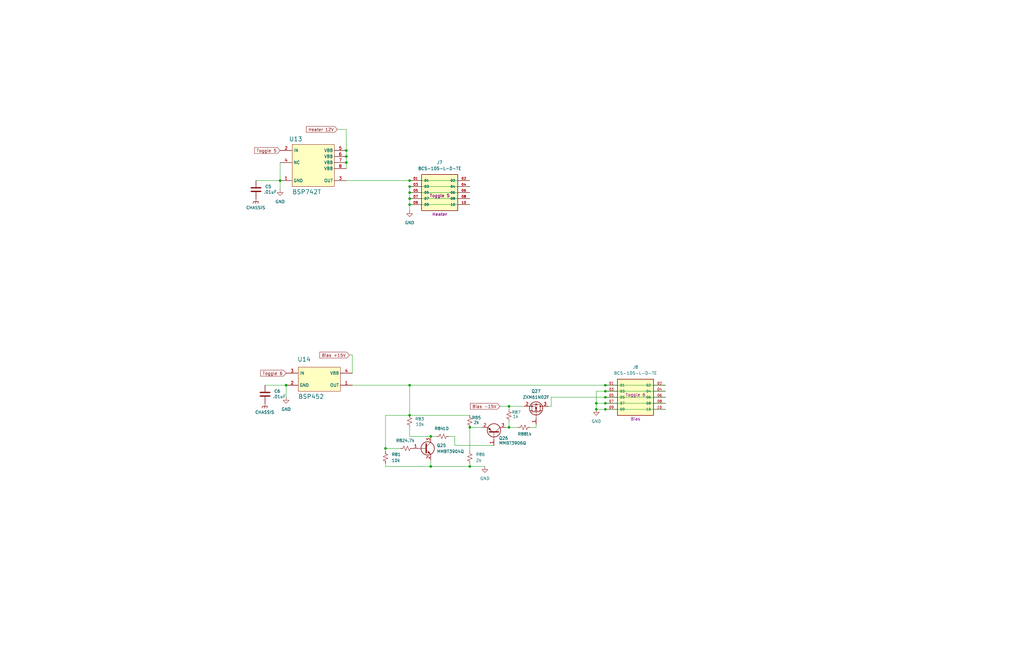
<source format=kicad_sch>
(kicad_sch (version 20250114) (generator "eeschema") (generator_version "9.0")
  (paper "B")
  (title_block (title "IMPISH POWER SUPPLY TOGGLES BOARD") (rev "-") (company "SOUTHWEST RESEARCH INSTITUTE"))
  (lib_symbols
    (symbol "Device:R_Small_US" (pin_numbers (hide yes)) (pin_names (offset 0.254) (hide yes))
      (property "Reference" "R" (at 0.762 0.508 0))
      (property "Value" "R_Small_US" (at 0.762 -1.016 0))
      (symbol "R_Small_US_1_1"
        (polyline (pts (xy 0 1.524) (xy 1.016 1.143) (xy 0 0.762) (xy -1.016 0.381) (xy 0 0)))
        (polyline (pts (xy 0 0) (xy 1.016 -0.381) (xy 0 -0.762) (xy -1.016 -1.143) (xy 0 -1.524)))
        (pin passive line (at 0 2.54 270) (length 1.016) (name "~") (number "1"))
        (pin passive line (at 0 -2.54 90) (length 1.016) (name "~") (number "2"))
      )
    )
    (symbol "IMPISH Toggles Library:.01uF" (pin_numbers (hide yes)) (pin_names (offset 0.254))
      (property "Reference" "C" (at 0.635 2.54 0))
      (property "Value" ".01uF" (at 0.635 -2.54 0))
      (symbol ".01uF_0_1"
        (polyline (pts (xy -2.032 0.762) (xy 2.032 0.762)) (stroke (width 0.508)))
        (polyline (pts (xy -2.032 -0.762) (xy 2.032 -0.762)) (stroke (width 0.508)))
      )
      (symbol ".01uF_1_1"
        (pin passive line (at 0 3.81 270) (length 2.794) (name "~") (number "1"))
        (pin passive line (at 0 -3.81 90) (length 2.794) (name "~") (number "2"))
      )
    )
    (symbol "IMPISH Toggles Library:BCS-105-L-D-TE" (pin_names (offset 1.016))
      (property "Reference" "J" (at -8.12 7.62 0))
      (property "Value" "BCS-105-L-D-TE" (at -7.62 -10.16 0))
      (symbol "BCS-105-L-D-TE_0_0"
        (rectangle (start -7.62 -7.62) (end 7.62 7.62) (stroke (width 0.254)) (fill (type background)))
        (pin passive line (at -12.7 5.08 0) (length 5.08) (name "01") (number "01"))
        (pin passive line (at -12.7 2.54 0) (length 5.08) (name "03") (number "03"))
        (pin passive line (at -12.7 0 0) (length 5.08) (name "05") (number "05"))
        (pin passive line (at -12.7 -2.54 0) (length 5.08) (name "07") (number "07"))
        (pin passive line (at -12.7 -5.08 0) (length 5.08) (name "09") (number "09"))
        (pin passive line (at 12.7 5.08 180) (length 5.08) (name "02") (number "02"))
        (pin passive line (at 12.7 2.54 180) (length 5.08) (name "04") (number "04"))
        (pin passive line (at 12.7 0 180) (length 5.08) (name "06") (number "06"))
        (pin passive line (at 12.7 -2.54 180) (length 5.08) (name "08") (number "08"))
        (pin passive line (at 12.7 -5.08 180) (length 5.08) (name "10") (number "10"))
      )
    )
    (symbol "IMPISH Toggles Library:BSP452"
      (property "Reference" "U" (at 0.254 1.524 0))
      (symbol "BSP452_1_0"
        (rectangle (start 17.78 0) (end 0 -10.16) (stroke (width 0) (color 128 0 0 1)) (fill (type background)))
        (pin input line (at -5.08 -2.54 0) (length 5.08) (name "IN") (number "3"))
        (pin power_in line (at -5.08 -7.62 0) (length 5.08) (name "GND") (number "2"))
        (pin power_in line (at 22.86 -2.54 180) (length 5.08) (name "VBB") (number "4"))
        (pin output line (at 22.86 -7.62 180) (length 5.08) (name "OUT") (number "1"))
      )
    )
    (symbol "IMPISH Toggles Library:BSP742T"
      (property "Reference" "U" (at 0.254 2.032 0))
      (symbol "BSP742T_1_0"
        (rectangle (start 17.78 0) (end 0 -17.78) (stroke (width 0) (color 128 0 0 1)) (fill (type background)))
        (pin input line (at -5.08 -2.54 0) (length 5.08) (name "IN") (number "2"))
        (pin passive line (at -5.08 -7.62 0) (length 5.08) (name "NC") (number "4"))
        (pin power_in line (at -5.08 -15.24 0) (length 5.08) (name "GND") (number "1"))
        (pin power_in line (at 22.86 -2.54 180) (length 5.08) (name "VBB") (number "5"))
        (pin power_in line (at 22.86 -5.08 180) (length 5.08) (name "VBB") (number "6"))
        (pin power_in line (at 22.86 -7.62 180) (length 5.08) (name "VBB") (number "7"))
        (pin power_in line (at 22.86 -10.16 180) (length 5.08) (name "VBB") (number "8"))
        (pin output line (at 22.86 -15.24 180) (length 5.08) (name "OUT") (number "3"))
      )
    )
    (symbol "IMPISH Toggles Library:CHASSIS" (power) (pin_numbers (hide yes)) (pin_names (offset 0) (hide yes))
      (property "Value" "CHASSIS" (at 0 -3.81 0))
      (symbol "CHASSIS_0_1"
        (polyline (pts (xy -1.016 -1.27) (xy -1.27 -2.032) (xy -1.27 -2.032)) (stroke (width 0.2032)))
        (polyline (pts (xy 0 -1.27) (xy 0 0)))
        (polyline (pts (xy 0 -1.27) (xy -0.254 -2.032) (xy -0.254 -2.032)) (stroke (width 0.2032)))
        (polyline (pts (xy 1.016 -1.27) (xy -1.016 -1.27) (xy -1.016 -1.27)) (stroke (width 0.2032)))
        (polyline (pts (xy 1.016 -1.27) (xy 0.762 -2.032) (xy 0.762 -2.032) (xy 0.762 -2.032)) (stroke (width 0.2032)))
      )
      (symbol "CHASSIS_1_1"
        (pin power_in line (at 0 0 270) (length 0) (name "~") (number "1"))
      )
    )
    (symbol "IMPISH Toggles Library:ZXM61N02F" (pin_names (hide yes))
      (property "Reference" "Q" (at 5.08 1.905 0))
      (property "Value" "ZXM61N02F" (at 5.08 0 0))
      (symbol "ZXM61N02F_0_1"
        (polyline (pts (xy 0.254 1.905) (xy 0.254 -1.905)) (stroke (width 0.254)))
        (polyline (pts (xy 0.254 0) (xy -2.54 0)))
        (polyline (pts (xy 0.762 2.286) (xy 0.762 1.27)) (stroke (width 0.254)))
        (polyline (pts (xy 0.762 0.508) (xy 0.762 -0.508)) (stroke (width 0.254)))
        (polyline (pts (xy 0.762 -1.27) (xy 0.762 -2.286)) (stroke (width 0.254)))
        (polyline (pts (xy 0.762 -1.778) (xy 3.302 -1.778) (xy 3.302 1.778) (xy 0.762 1.778)))
        (polyline (pts (xy 1.016 0) (xy 2.032 0.381) (xy 2.032 -0.381) (xy 1.016 0)) (fill (type outline)))
        (circle (center 1.651 0) (radius 2.794) (stroke (width 0.254)))
        (polyline (pts (xy 2.54 2.54) (xy 2.54 1.778)))
        (circle (center 2.54 1.778) (radius 0.254) (fill (type outline)))
        (circle (center 2.54 -1.778) (radius 0.254) (fill (type outline)))
        (polyline (pts (xy 2.54 -2.54) (xy 2.54 0) (xy 0.762 0)))
        (polyline (pts (xy 2.794 0.508) (xy 2.921 0.381) (xy 3.683 0.381) (xy 3.81 0.254)))
        (polyline (pts (xy 3.302 0.381) (xy 2.921 -0.254) (xy 3.683 -0.254) (xy 3.302 0.381)))
      )
      (symbol "ZXM61N02F_1_1"
        (pin input line (at -5.08 0 0) (length 2.54) (name "G") (number "1"))
        (pin passive line (at 2.54 5.08 270) (length 2.54) (name "D") (number "3"))
        (pin passive line (at 2.54 -5.08 90) (length 2.54) (name "S") (number "2"))
      )
    )
    (symbol "Transistor_BJT:MMBT3904" (pin_names (offset 0) (hide yes))
      (property "Reference" "Q" (at 5.08 1.905 0))
      (property "Value" "MMBT3904" (at 5.08 0 0))
      (symbol "MMBT3904_0_1"
        (polyline (pts (xy -2.54 0) (xy 0.635 0)))
        (polyline (pts (xy 0.635 1.905) (xy 0.635 -1.905)) (stroke (width 0.508)))
        (circle (center 1.27 0) (radius 2.8194) (stroke (width 0.254)))
      )
      (symbol "MMBT3904_1_1"
        (polyline (pts (xy 0.635 0.635) (xy 2.54 2.54)))
        (polyline (pts (xy 0.635 -0.635) (xy 2.54 -2.54)))
        (polyline (pts (xy 1.27 -1.778) (xy 1.778 -1.27) (xy 2.286 -2.286) (xy 1.27 -1.778)) (fill (type outline)))
        (pin input line (at -5.08 0 0) (length 2.54) (name "B") (number "1"))
        (pin passive line (at 2.54 5.08 270) (length 2.54) (name "C") (number "3"))
        (pin passive line (at 2.54 -5.08 90) (length 2.54) (name "E") (number "2"))
      )
    )
    (symbol "Transistor_BJT:MMBT3906" (pin_names (offset 0) (hide yes))
      (property "Reference" "Q" (at 5.08 1.905 0))
      (property "Value" "MMBT3906" (at 5.08 0 0))
      (symbol "MMBT3906_0_1"
        (polyline (pts (xy -2.54 0) (xy 0.635 0)))
        (polyline (pts (xy 0.635 1.905) (xy 0.635 -1.905)) (stroke (width 0.508)))
        (polyline (pts (xy 0.635 0.635) (xy 2.54 2.54)))
        (polyline (pts (xy 0.635 -0.635) (xy 2.54 -2.54)))
        (circle (center 1.27 0) (radius 2.8194) (stroke (width 0.254)))
        (polyline (pts (xy 2.286 -1.778) (xy 1.778 -2.286) (xy 1.27 -1.27) (xy 2.286 -1.778)) (fill (type outline)))
      )
      (symbol "MMBT3906_1_1"
        (pin input line (at -5.08 0 0) (length 2.54) (name "B") (number "1"))
        (pin passive line (at 2.54 5.08 270) (length 2.54) (name "C") (number "3"))
        (pin passive line (at 2.54 -5.08 90) (length 2.54) (name "E") (number "2"))
      )
    )
    (symbol "power:GND" (power) (pin_numbers (hide yes)) (pin_names (offset 0) (hide yes))
      (property "Value" "GND" (at 0 -3.81 0))
      (symbol "GND_0_1"
        (polyline (pts (xy 0 0) (xy 0 -1.27) (xy 1.27 -1.27) (xy 0 -2.54) (xy -1.27 -1.27) (xy 0 -1.27)))
      )
      (symbol "GND_1_1"
        (pin power_in line (at 0 0 270) (length 0) (name "~") (number "1"))
      )
    )
  )
  (junction (at 172.72 83.82))
  (junction (at 120.65 162.56))
  (junction (at 146.05 66.04))
  (junction (at 181.61 184.15))
  (junction (at 172.72 86.36))
  (junction (at 146.05 68.58))
  (junction (at 198.12 196.85))
  (junction (at 181.61 196.85))
  (junction (at 162.56 189.23))
  (junction (at 251.46 170.18))
  (junction (at 172.72 76.2))
  (junction (at 198.12 180.34))
  (junction (at 255.27 165.1))
  (junction (at 255.27 162.56))
  (junction (at 255.27 167.64))
  (junction (at 172.72 81.28))
  (junction (at 172.72 162.56))
  (junction (at 172.72 78.74))
  (junction (at 118.11 76.2))
  (junction (at 214.63 180.34))
  (junction (at 172.72 175.26))
  (junction (at 251.46 172.72))
  (junction (at 214.63 171.45))
  (junction (at 146.05 63.5))
  (junction (at 255.27 172.72))
  (junction (at 255.27 170.18))
  (wire (pts (xy 172.72 162.56) (xy 172.72 175.26)))
  (wire (pts (xy 181.61 196.85) (xy 162.56 196.85)))
  (wire (pts (xy 251.46 170.18) (xy 251.46 165.1)))
  (wire (pts (xy 172.72 81.28) (xy 172.72 78.74)))
  (wire (pts (xy 214.63 171.45) (xy 214.63 172.72)))
  (wire (pts (xy 181.61 184.15) (xy 184.15 184.15)))
  (wire (pts (xy 255.27 167.64) (xy 280.67 167.64)))
  (wire (pts (xy 213.36 180.34) (xy 214.63 180.34)))
  (wire (pts (xy 146.05 68.58) (xy 146.05 71.12)))
  (wire (pts (xy 162.56 195.58) (xy 162.56 196.85)))
  (wire (pts (xy 232.41 171.45) (xy 232.41 167.64)))
  (wire (pts (xy 214.63 180.34) (xy 218.44 180.34)))
  (wire (pts (xy 214.63 171.45) (xy 220.98 171.45)))
  (wire (pts (xy 191.77 187.96) (xy 208.28 187.96)))
  (wire (pts (xy 172.72 83.82) (xy 198.12 83.82)))
  (wire (pts (xy 172.72 86.36) (xy 172.72 83.82)))
  (wire (pts (xy 204.47 196.85) (xy 198.12 196.85)))
  (wire (pts (xy 251.46 172.72) (xy 255.27 172.72)))
  (wire (pts (xy 198.12 180.34) (xy 203.2 180.34)))
  (wire (pts (xy 172.72 83.82) (xy 172.72 81.28)))
  (wire (pts (xy 162.56 175.26) (xy 172.72 175.26)))
  (wire (pts (xy 255.27 165.1) (xy 280.67 165.1)))
  (wire (pts (xy 172.72 76.2) (xy 198.12 76.2)))
  (wire (pts (xy 172.72 175.26) (xy 198.12 175.26)))
  (wire (pts (xy 251.46 165.1) (xy 255.27 165.1)))
  (wire (pts (xy 162.56 189.23) (xy 162.56 190.5)))
  (wire (pts (xy 191.77 184.15) (xy 189.23 184.15)))
  (wire (pts (xy 181.61 194.31) (xy 181.61 196.85)))
  (wire (pts (xy 232.41 167.64) (xy 255.27 167.64)))
  (wire (pts (xy 214.63 177.8) (xy 214.63 180.34)))
  (wire (pts (xy 231.14 171.45) (xy 232.41 171.45)))
  (wire (pts (xy 118.11 76.2) (xy 118.11 80.01)))
  (wire (pts (xy 162.56 175.26) (xy 162.56 189.23)))
  (wire (pts (xy 148.59 157.48) (xy 148.59 149.86)))
  (wire (pts (xy 172.72 162.56) (xy 255.27 162.56)))
  (wire (pts (xy 255.27 170.18) (xy 280.67 170.18)))
  (wire (pts (xy 172.72 78.74) (xy 198.12 78.74)))
  (wire (pts (xy 198.12 196.85) (xy 181.61 196.85)))
  (wire (pts (xy 111.76 162.56) (xy 120.65 162.56)))
  (wire (pts (xy 198.12 195.58) (xy 198.12 196.85)))
  (wire (pts (xy 210.82 171.45) (xy 214.63 171.45)))
  (wire (pts (xy 172.72 81.28) (xy 198.12 81.28)))
  (wire (pts (xy 172.72 180.34) (xy 172.72 184.15)))
  (wire (pts (xy 146.05 66.04) (xy 146.05 68.58)))
  (wire (pts (xy 255.27 162.56) (xy 280.67 162.56)))
  (wire (pts (xy 251.46 170.18) (xy 255.27 170.18)))
  (wire (pts (xy 226.06 180.34) (xy 223.52 180.34)))
  (wire (pts (xy 118.11 68.58) (xy 118.11 76.2)))
  (wire (pts (xy 148.59 149.86) (xy 147.32 149.86)))
  (wire (pts (xy 146.05 63.5) (xy 146.05 66.04)))
  (wire (pts (xy 172.72 86.36) (xy 198.12 86.36)))
  (wire (pts (xy 191.77 184.15) (xy 191.77 187.96)))
  (wire (pts (xy 198.12 180.34) (xy 198.12 190.5)))
  (wire (pts (xy 148.59 162.56) (xy 172.72 162.56)))
  (wire (pts (xy 142.24 54.61) (xy 146.05 54.61)))
  (wire (pts (xy 162.56 189.23) (xy 168.91 189.23)))
  (wire (pts (xy 226.06 179.07) (xy 226.06 180.34)))
  (wire (pts (xy 251.46 172.72) (xy 251.46 170.18)))
  (wire (pts (xy 172.72 88.9) (xy 172.72 86.36)))
  (wire (pts (xy 107.95 76.2) (xy 118.11 76.2)))
  (wire (pts (xy 120.65 162.56) (xy 120.65 167.64)))
  (wire (pts (xy 146.05 76.2) (xy 172.72 76.2)))
  (wire (pts (xy 146.05 54.61) (xy 146.05 63.5)))
  (wire (pts (xy 172.72 184.15) (xy 181.61 184.15)))
  (wire (pts (xy 255.27 172.72) (xy 280.67 172.72)))
  (global_label "Toggle 5" (shape input) (at 118.11 63.5 180) (property "Intersheetrefs" "${INTERSHEET_REFS}" (effects (hide yes))))
  (global_label "Heater 12V" (shape input) (at 142.24 54.61 180) (property "Intersheetrefs" "${INTERSHEET_REFS}" (effects (hide yes))))
  (global_label "Bias +15V" (shape input) (at 147.32 149.86 180) (property "Intersheetrefs" "${INTERSHEET_REFS}" (effects (hide yes))))
  (global_label "Toggle 6" (shape input) (at 120.65 157.48 180) (property "Intersheetrefs" "${INTERSHEET_REFS}" (effects (hide yes))))
  (global_label "Bias -15V" (shape input) (at 210.82 171.45 180) (property "Intersheetrefs" "${INTERSHEET_REFS}" (effects (hide yes))))
  (symbol (lib_id "IMPISH Toggles Library:.01uF") (at 111.76 166.37 180) (unit 1)
    (property "Reference" "C6" (at 115.57 165.1 0) (effects (justify right)))
    (property "Value" ".01uF" (at 115.062 167.386 0) (effects (justify right)))
    (property "Footprint" "Capacitor_SMD:C_0805_2012Metric_Pad1.18x1.45mm_HandSolder" (effects (hide yes)))
    (property "Description" "10000 pF ±10% 200V Ceramic Capacitor X7R 0805 (2012 Metric)" (effects (hide yes)))
    (property "PN" "C0805C103K2RECAUTO" (effects (hide yes)))
  )
  (symbol (lib_id "IMPISH Toggles Library:.01uF") (at 107.95 80.01 180) (unit 1)
    (property "Reference" "C5" (at 111.76 78.74 0) (effects (justify right)))
    (property "Value" ".01uF" (at 111.252 81.026 0) (effects (justify right)))
    (property "Footprint" "Capacitor_SMD:C_0805_2012Metric_Pad1.18x1.45mm_HandSolder" (effects (hide yes)))
    (property "Description" "10000 pF ±10% 200V Ceramic Capacitor X7R 0805 (2012 Metric)" (effects (hide yes)))
    (property "PN" "C0805C103K2RECAUTO" (effects (hide yes)))
  )
  (symbol (lib_id "power:GND") (at 120.65 167.64 0) (unit 1)
    (property "Reference" "#PWR026" (effects (hide yes)))
    (property "Value" "GND" (at 120.65 172.72 0))
    (property "Description" "Power symbol creates a global label with name \"GND\" , ground" (effects (hide yes)))
  )
  (symbol (lib_id "Device:R_Small_US") (at 172.72 177.8 0) (unit 1)
    (property "Reference" "R83" (at 175.006 176.784 0) (effects (justify left)))
    (property "Value" "10k" (at 175.26 179.07 0) (effects (justify left)))
    (property "Footprint" "Resistor_SMD:R_0805_2012Metric_Pad1.20x1.40mm_HandSolder" (effects (hide yes)))
    (property "Description" "RES SMD 10K OHM 0.1% 1/5W 0805" (effects (hide yes)))
    (property "PN" "PAT0805E1002BST1" (effects (hide yes)))
  )
  (symbol (lib_id "Device:R_Small_US") (at 171.45 189.23 270) (unit 1)
    (property "Reference" "R82" (at 168.91 185.928 90))
    (property "Value" "4.7k" (at 172.72 185.928 90))
    (property "Footprint" "Resistor_SMD:R_0805_2012Metric_Pad1.20x1.40mm_HandSolder" (effects (hide yes)))
    (property "Description" "RES SMD 4.7K OHM 0.1% 1/5W 0805" (effects (hide yes)))
    (property "PN" "PAT0805E4701BST1" (effects (hide yes)))
  )
  (symbol (lib_id "Device:R_Small_US") (at 186.69 184.15 270) (unit 1)
    (property "Reference" "R84" (at 185.166 180.848 90))
    (property "Value" "10" (at 187.96 180.848 90))
    (property "Footprint" "Resistor_SMD:R_0805_2012Metric_Pad1.20x1.40mm_HandSolder" (effects (hide yes)))
    (property "Description" "RES SMD 10 OHM 0.1% 1/5W 0805" (effects (hide yes)))
    (property "PN" "PAT0805E10R0BST1" (effects (hide yes)))
  )
  (symbol (lib_id "IMPISH Toggles Library:CHASSIS") (at 111.76 170.18 0) (unit 1)
    (property "Reference" "#PWR038" (effects (hide yes)))
    (property "Value" "CHASSIS" (at 111.633 173.99 0))
    (property "Description" "Power symbol creates a global label with name \"GND_Chassis\" , global ground" (effects (hide yes)))
  )
  (symbol (lib_id "IMPISH Toggles Library:BCS-105-L-D-TE") (at 267.97 167.64 0) (unit 1)
    (property "Reference" "J8" (at 267.97 154.94 0))
    (property "Value" "BCS-105-L-D-TE" (at 267.97 157.48 0))
    (property "Footprint" "IMPISH Toggles Library:SAMTEC_BCS-105-L-D-TE" (effects (hide yes)))
    (property "Description" "CONN RCPT 10POS 0.1 GOLD PCB" (effects (hide yes)))
    (property "PARTREV" "R" (effects (hide yes)))
    (property "MANUFACTURER" "Samtec Inc." (effects (hide yes)))
    (property "STANDARD" "Manufacturer Recommendations" (effects (hide yes)))
    (property "Desc2" "Bias" (at 267.97 176.784 0))
    (property "PN" "BCS-105-L-D-TE" (effects (hide yes)))
    (property "Function" "Toggle 6" (at 267.97 166.624 0))
  )
  (symbol (lib_id "Device:R_Small_US") (at 198.12 193.04 0) (unit 1)
    (property "Reference" "R86" (at 200.66 191.77 0) (effects (justify left)))
    (property "Value" "2k" (at 200.66 194.31 0) (effects (justify left)))
    (property "Footprint" "Resistor_SMD:R_0805_2012Metric_Pad1.20x1.40mm_HandSolder" (effects (hide yes)))
    (property "Description" "RES SMD 2K OHM 0.1% 1/5W 0805" (effects (hide yes)))
    (property "PN" "PAT0805E2001BST1" (effects (hide yes)))
  )
  (symbol (lib_id "IMPISH Toggles Library:BSP742T") (at 123.19 60.96 0) (unit 1)
    (property "Reference" "U13" (at 124.714 58.674 0) (effects (font (size 1.8288 1.8288))))
    (property "Value" "BSP742T" (at 123.19 82.042 0) (effects (font (size 1.8288 1.8288)) (justify left bottom)))
    (property "Footprint" "IMPISH Toggles Library:SOIC127P600X175-8N-21" (effects (hide yes)))
    (property "Description" "Smart Power High-Side-Switch, VBB 41V, R(ON) 350mOhm" (effects (hide yes)))
    (property "ManufacturerPartNumber" "BSP742T" (effects (hide yes)))
    (property "PackageReference" "PG-DSO-8-24" (effects (hide yes)))
    (property "Manufacturer" "Infineon Technologies" (effects (hide yes)))
    (property "PN" "BSP742TXUMA1" (effects (hide yes)))
  )
  (symbol (lib_id "IMPISH Toggles Library:CHASSIS") (at 107.95 83.82 0) (unit 1)
    (property "Reference" "#PWR039" (effects (hide yes)))
    (property "Value" "CHASSIS" (at 107.823 87.63 0))
    (property "Description" "Power symbol creates a global label with name \"GND_Chassis\" , global ground" (effects (hide yes)))
  )
  (symbol (lib_id "Device:R_Small_US") (at 214.63 175.26 180) (unit 1)
    (property "Reference" "R87" (at 217.678 173.99 0))
    (property "Value" "1k" (at 217.424 175.768 0))
    (property "Footprint" "Resistor_SMD:R_0805_2012Metric_Pad1.20x1.40mm_HandSolder" (effects (hide yes)))
    (property "Description" "RES SMD 1K OHM 0.1% 1/5W 0805" (effects (hide yes)))
    (property "PN" "PAT0805E1001BST1" (effects (hide yes)))
  )
  (symbol (lib_id "Transistor_BJT:MMBT3904") (at 179.07 189.23 0) (unit 1)
    (property "Reference" "Q25" (at 184.15 187.96 0) (effects (justify left)))
    (property "Value" "MMBT3904Q" (at 184.15 190.5 0) (effects (justify left)))
    (property "Footprint" "Package_TO_SOT_SMD:SOT-23" (effects (hide yes)))
    (property "Datasheet" "https://www.onsemi.com/pdf/datasheet/pzt3904-d.pdf" (effects (hide yes)))
    (property "Description" "0.2A Ic, 40V Vce, Small Signal NPN Transistor, SOT-23" (effects (hide yes)))
    (property "PN" "MMBT3904Q-7-F" (effects (hide yes)))
  )
  (symbol (lib_id "power:GND") (at 204.47 196.85 0) (unit 1)
    (property "Reference" "#PWR024" (effects (hide yes)))
    (property "Value" "GND" (at 204.47 201.93 0))
    (property "Description" "Power symbol creates a global label with name \"GND\" , ground" (effects (hide yes)))
  )
  (symbol (lib_id "Device:R_Small_US") (at 220.98 180.34 90) (unit 1)
    (property "Reference" "R88" (at 220.218 183.134 90))
    (property "Value" "1k" (at 223.012 183.134 90))
    (property "Footprint" "Resistor_SMD:R_0805_2012Metric_Pad1.20x1.40mm_HandSolder" (effects (hide yes)))
    (property "Description" "RES SMD 1K OHM 0.1% 1/5W 0805" (effects (hide yes)))
    (property "PN" "PAT0805E1001BST1" (effects (hide yes)))
  )
  (symbol (lib_id "IMPISH Toggles Library:ZXM61N02F") (at 226.06 173.99 270) (mirror x) (unit 1)
    (property "Reference" "Q27" (at 226.06 165.1 90))
    (property "Value" "ZXM61N02F" (at 226.06 167.64 90))
    (property "Footprint" "Package_TO_SOT_SMD:SOT-23" (effects (hide yes)))
    (property "Datasheet" "http://www.diodes.com/assets/Datasheets/ZXM61N02F.pdf" (effects (hide yes)))
    (property "Description" "1.7A Id, 20V Vds, N-Channel MOSFET, SOT-23" (effects (hide yes)))
    (property "PN" "ZXM61N02FTA" (effects (hide yes)))
  )
  (symbol (lib_id "power:GND") (at 251.46 172.72 0) (unit 1)
    (property "Reference" "#PWR067" (effects (hide yes)))
    (property "Value" "GND" (at 251.46 177.8 0))
    (property "Description" "Power symbol creates a global label with name \"GND\" , ground" (effects (hide yes)))
  )
  (symbol (lib_id "IMPISH Toggles Library:BSP452") (at 125.73 154.94 0) (unit 1)
    (property "Reference" "U14" (at 128.27 151.638 0) (effects (font (size 1.8288 1.8288))))
    (property "Value" "BSP452" (at 125.73 168.402 0) (effects (font (size 1.8288 1.8288)) (justify left bottom)))
    (property "Footprint" "IMPISH Toggles Library:SOT230P700X180-4N-3-V" (effects (hide yes)))
    (property "Description" "Smart High-Side Power Switch, VBB 40V" (effects (hide yes)))
    (property "ManufacturerPartNumber" "BSP452" (effects (hide yes)))
    (property "PackageReference" "PG-SOT-223" (effects (hide yes)))
    (property "Manufacturer" "Infineon Technologies" (effects (hide yes)))
    (property "PN" "BSP452HUMA1" (effects (hide yes)))
  )
  (symbol (lib_id "IMPISH Toggles Library:BCS-105-L-D-TE") (at 185.42 81.28 0) (unit 1)
    (property "Reference" "J7" (at 185.42 68.58 0))
    (property "Value" "BCS-105-L-D-TE" (at 185.42 71.12 0))
    (property "Footprint" "IMPISH Toggles Library:SAMTEC_BCS-105-L-D-TE" (effects (hide yes)))
    (property "Description" "CONN RCPT 10POS 0.1 GOLD PCB" (effects (hide yes)))
    (property "PARTREV" "R" (effects (hide yes)))
    (property "MANUFACTURER" "Samtec Inc." (effects (hide yes)))
    (property "STANDARD" "Manufacturer Recommendations" (effects (hide yes)))
    (property "Desc2" "Heater" (at 185.42 90.424 0))
    (property "PN" "BCS-105-L-D-TE" (effects (hide yes)))
    (property "Function" "Toggle 5" (at 185.42 82.55 0))
  )
  (symbol (lib_id "power:GND") (at 172.72 88.9 0) (unit 1)
    (property "Reference" "#PWR025" (effects (hide yes)))
    (property "Value" "GND" (at 172.72 93.98 0))
    (property "Description" "Power symbol creates a global label with name \"GND\" , ground" (effects (hide yes)))
  )
  (symbol (lib_id "power:GND") (at 118.11 80.01 0) (unit 1)
    (property "Reference" "#PWR051" (effects (hide yes)))
    (property "Value" "GND" (at 118.11 85.09 0))
    (property "Description" "Power symbol creates a global label with name \"GND\" , ground" (effects (hide yes)))
  )
  (symbol (lib_id "Transistor_BJT:MMBT3906") (at 208.28 182.88 270) (mirror x) (unit 1)
    (property "Reference" "Q26" (at 212.344 184.912 90))
    (property "Value" "MMBT3906Q" (at 216.154 186.944 90))
    (property "Footprint" "Package_TO_SOT_SMD:SOT-23" (effects (hide yes)))
    (property "Datasheet" "https://www.onsemi.com/pdf/datasheet/pzt3906-d.pdf" (effects (hide yes)))
    (property "Description" "-0.2A Ic, -40V Vce, Small Signal PNP Transistor, SOT-23" (effects (hide yes)))
    (property "PN" "MMBT3906Q-7-F" (effects (hide yes)))
  )
  (symbol (lib_id "Device:R_Small_US") (at 198.12 177.8 180) (unit 1)
    (property "Reference" "R85" (at 200.914 176.276 0))
    (property "Value" "2k" (at 200.914 178.308 0))
    (property "Footprint" "Resistor_SMD:R_0805_2012Metric_Pad1.20x1.40mm_HandSolder" (effects (hide yes)))
    (property "Description" "RES SMD 2K OHM 0.1% 1/5W 0805" (effects (hide yes)))
    (property "PN" "PAT0805E2001BST1" (effects (hide yes)))
  )
  (symbol (lib_id "Device:R_Small_US") (at 162.56 193.04 0) (unit 1)
    (property "Reference" "R81" (at 165.1 191.77 0) (effects (justify left)))
    (property "Value" "10k" (at 165.1 194.31 0) (effects (justify left)))
    (property "Footprint" "Resistor_SMD:R_0805_2012Metric_Pad1.20x1.40mm_HandSolder" (effects (hide yes)))
    (property "Description" "RES SMD 10K OHM 0.1% 1/5W 0805" (effects (hide yes)))
    (property "PN" "PAT0805E1002BST1" (effects (hide yes)))
  )
)
</source>
